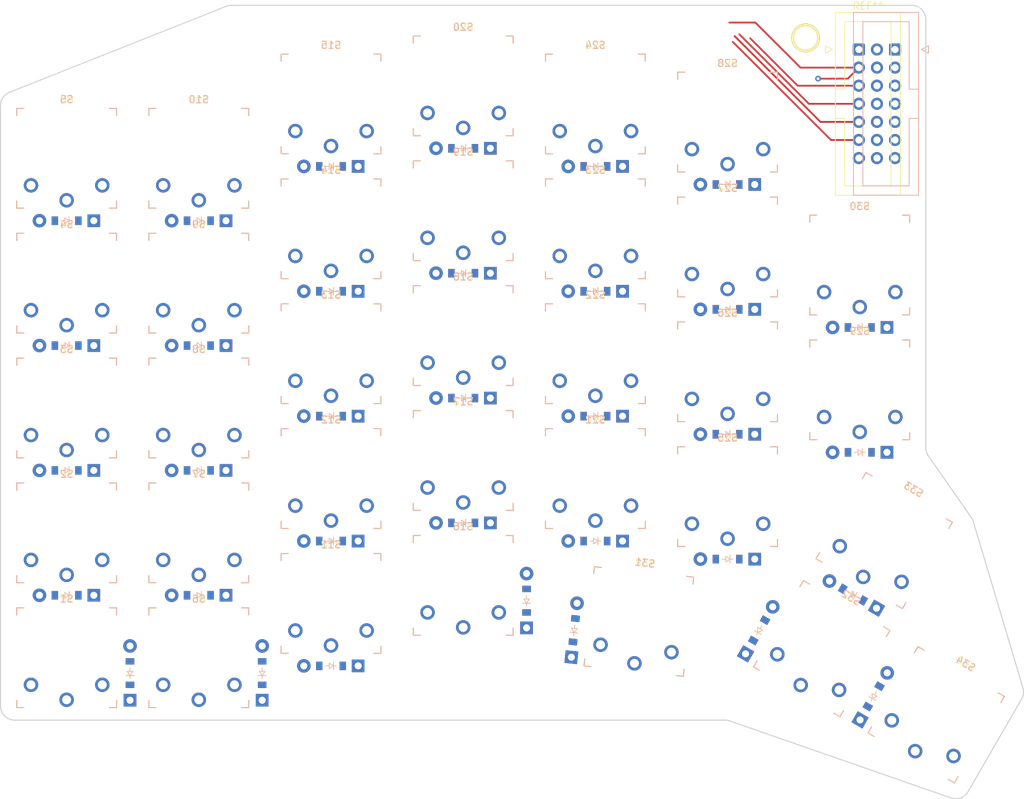
<source format=kicad_pcb>
(kicad_pcb (version 20221018) (generator pcbnew)
  (title_block (title "left") (rev "v1.0.0") (company "Unknown"))
  (layers (0 "F.Cu" signal) (31 "B.Cu" signal) (34 "B.Paste" user) (35 "F.Paste" user) (36 "B.SilkS" user "B.Silkscreen") (37 "F.SilkS" user "F.Silkscreen") (38 "B.Mask" user) (39 "F.Mask" user) (44 "Edge.Cuts" user))
  (net 0 "")
  (net 1 "Net-(D1-A)")
  (net 2 "Net-(D2-A)")
  (net 3 "Net-(D3-A)")
  (net 4 "Net-(D4-A)")
  (net 5 "Net-(D5-A)")
  (net 6 "Net-(D6-A)")
  (net 7 "Net-(D7-A)")
  (net 8 "Net-(D8-A)")
  (net 9 "Net-(D9-A)")
  (net 10 "Net-(D10-A)")
  (net 11 "Net-(D11-A)")
  (net 12 "Net-(D12-A)")
  (net 13 "Net-(D13-A)")
  (net 14 "Net-(D14-A)")
  (net 15 "Net-(D15-A)")
  (net 16 "Net-(D16-A)")
  (net 17 "Net-(D17-A)")
  (net 18 "Net-(D18-A)")
  (net 19 "Net-(D19-A)")
  (net 20 "Net-(D20-A)")
  (net 21 "Net-(D21-A)")
  (net 22 "Net-(D22-A)")
  (net 23 "Net-(D23-A)")
  (net 24 "Net-(D24-A)")
  (net 25 "Net-(D25-A)")
  (net 26 "Net-(D26-A)")
  (net 27 "Net-(D27-A)")
  (net 28 "Net-(D28-A)")
  (net 29 "Net-(D29-A)")
  (net 30 "Net-(D30-A)")
  (net 31 "Net-(D31-A)")
  (net 32 "Net-(D32-A)")
  (net 33 "Net-(D33-A)")
  (net 34 "Net-(D34-A)")
  (net 35 "/ROW4")
  (net 36 "/ROW3")
  (net 37 "/ROW2")
  (net 38 "/ROW1")
  (net 39 "/ROW0")
  (net 40 "/COL0")
  (net 41 "/COL1")
  (net 42 "/COL2")
  (net 43 "/COL3")
  (net 44 "/COL4")
  (net 45 "/COL5")
  (net 46 "/COL6")
  (footprint "ComboDiode" (layer "F.Cu") (at 212.852 106.045 180)
    (fp_text reference "D30" hide)
    (fp_text value "~" hide)
  )
  (footprint "revolt_footprints:SW_PG1350_reversible_with_keycap_outline" (layer "F.Cu") (at 138.684 127.254)
    (fp_text reference "S12")
    (fp_text value "~")
  )
  (footprint "revolt_footprints:SW_PG1350_reversible_with_keycap_outline" (layer "F.Cu") (at 120.142 82.296)
    (fp_text reference "S10")
    (fp_text value "~")
  )
  (footprint "ComboDiode" (layer "F.Cu") (at 120.142 108.585 180)
    (fp_text reference "D9" hide)
    (fp_text value "~" hide)
  )
  (footprint "ComboDiode" (layer "F.Cu") (at 101.6 108.585 180)
    (fp_text reference "D4" hide)
    (fp_text value "~" hide)
  )
  (footprint "ComboDiode" (layer "F.Cu") (at 120.142 143.637 180)
    (fp_text reference "D7" hide)
    (fp_text value "~" hide)
  )
  (footprint "ComboDiode" (layer "F.Cu") (at 101.6 143.637 180)
    (fp_text reference "D2" hide)
    (fp_text value "~" hide)
  )
  (footprint "revolt_footprints:SW_PG1350_reversible_with_keycap_outline" (layer "F.Cu") (at 101.6 99.822)
    (fp_text reference "S4")
    (fp_text value "~")
  )
  (footprint "ComboDiode" (layer "F.Cu") (at 172.797023 148.537915 84)
    (fp_text reference "D31" hide)
    (fp_text value "~" hide)
  )
  (footprint "revolt_footprints:SW_PG1350_reversible_with_keycap_outline" (layer "F.Cu") (at 157.226 89.662)
    (fp_text reference "S19")
    (fp_text value "~")
  )
  (footprint "ComboDiode" (layer "F.Cu") (at 138.684 118.491 180)
    (fp_text reference "D13" hide)
    (fp_text value "~" hide)
  )
  (footprint "revolt_footprints:SW_PG1350_reversible_with_keycap_outline" (layer "F.Cu") (at 157.226 142.24)
    (fp_text reference "S16")
    (fp_text value "~")
  )
  (footprint "revolt_footprints:SW_PG1350_reversible_with_keycap_outline" (layer "F.Cu") (at 101.6 152.4)
    (fp_text reference "S1")
    (fp_text value "~")
  )
  (footprint "revolt_footprints:SW_PG1350_reversible_with_keycap_outline" (layer "F.Cu") (at 138.684 109.728)
    (fp_text reference "S13")
    (fp_text value "~")
  )
  (footprint "ComboDiode" (layer "F.Cu") (at 166.116 144.399 90)
    (fp_text reference "D16" hide)
    (fp_text value "~" hide)
  )
  (footprint "revolt_footprints:SW_PG1350_reversible_with_keycap_outline" (layer "F.Cu") (at 181.864 147.32 -6)
    (fp_text reference "S31")
    (fp_text value "~")
  )
  (footprint "ComboDiode" (layer "F.Cu") (at 175.768 136.017 180)
    (fp_text reference "D21" hide)
    (fp_text value "~" hide)
  )
  (footprint "revolt_footprints:SW_PG1350_reversible_with_keycap_outline" (layer "F.Cu") (at 138.684 144.78)
    (fp_text reference "S11")
    (fp_text value "~")
  )
  (footprint "revolt_footprints:SW_PG1350_reversible_with_keycap_outline" (layer "F.Cu") (at 101.6 134.874)
    (fp_text reference "S2")
    (fp_text value "~")
  )
  (footprint "revolt_footprints:SW_PG1350_reversible_with_keycap_outline" (layer "F.Cu") (at 101.6 82.296)
    (fp_text reference "S5")
    (fp_text value "~")
  )
  (footprint "revolt_footprints:SW_PG1350_reversible_with_keycap_outline" (layer "F.Cu") (at 120.142 134.874)
    (fp_text reference "S7")
    (fp_text value "~")
  )
  (footprint "revolt_footprints:SW_PG1350_reversible_with_keycap_outline" (layer "F.Cu") (at 212.852 114.808)
    (fp_text reference "S29")
    (fp_text value "~")
  )
  (footprint "ComboDiode" (layer "F.Cu") (at 157.226 98.425 180)
    (fp_text reference "D19" hide)
    (fp_text value "~" hide)
  )
  (footprint "ComboDiode" (layer "F.Cu") (at 129.032 154.559 90)
    (fp_text reference "D6" hide)
    (fp_text value "~" hide)
  )
  (footprint "revolt_footprints:SW_PG1350_reversible_with_keycap_outline" (layer "F.Cu") (at 194.31 112.268)
    (fp_text reference "S26")
    (fp_text value "~")
  )
  (footprint "revolt_footprints:SW_PG1350_reversible_with_keycap_outline" (layer "F.Cu") (at 120.142 152.4)
    (fp_text reference "S6")
    (fp_text value "~")
  )
  (footprint "revolt_footprints:SW_PG1350_reversible_with_keycap_outline" (layer "F.Cu") (at 175.768 127.254)
    (fp_text reference "S21")
    (fp_text value "~")
  )
  (footprint "ComboDiode" (layer "F.Cu") (at 138.684 153.543 180)
    (fp_text reference "D11" hide)
    (fp_text value "~" hide)
  )
  (footprint "ComboDiode" (layer "F.Cu") (at 194.31 85.979 180)
    (fp_text reference "D28" hide)
    (fp_text value "~" hide)
  )
  (footprint "revolt_footprints:SW_PG1350_reversible_with_keycap_outline" (layer "F.Cu") (at 101.6 117.348)
    (fp_text reference "S3")
    (fp_text value "~")
  )
  (footprint "ComboDiode" (layer "F.Cu") (at 120.142 126.111 180)
    (fp_text reference "D8" hide)
    (fp_text value "~" hide)
  )
  (footprint "ComboDiode" (layer "F.Cu") (at 194.31 138.557 180)
    (fp_text reference "D25" hide)
    (fp_text value "~" hide)
  )
  (footprint "ComboDiode" (layer "F.Cu") (at 120.142 91.059 180)
    (fp_text reference "D10" hide)
    (fp_text value "~" hide)
  )
  (footprint "ComboDiode" (layer "F.Cu") (at 175.768 83.439 180)
    (fp_text reference "D24" hide)
    (fp_text value "~" hide)
  )
  (footprint "ComboDiode" (layer "F.Cu") (at 138.684 83.439 180)
    (fp_text reference "D15" hide)
    (fp_text value "~" hide)
  )
  (footprint "ComboDiode" (layer "F.Cu") (at 198.739534 148.554749 60)
    (fp_text reference "D32" hide)
    (fp_text value "~" hide)
  )
  (footprint "revolt_footprints:SW_PG1350_reversible_with_keycap_outline" (layer "F.Cu") (at 207.518 151.13 -30)
    (fp_text reference "S32")
    (fp_text value "~")
  )
  (footprint "ComboDiode" (layer "F.Cu") (at 194.31 121.031 180)
    (fp_text reference "D26" hide)
    (fp_text value "~" hide)
  )
  (footprint "revolt_footprints:SW_PG1350_reversible_with_keycap_outline" (layer "F.Cu") (at 157.226 107.188)
    (fp_text reference "S18")
    (fp_text value "~")
  )
  (footprint "revolt_footprints:SW_PG1350_reversible_with_keycap_outline" (layer "F.Cu") (at 157.226 72.136)
    (fp_text reference "S20")
    (fp_text value "~")
  )
  (footprint "revolt_footprints:SW_PG1350_reversible_with_keycap_outline" (layer "F.Cu") (at 175.768 92.202)
    (fp_text reference "S23")
    (fp_text value "~")
  )
  (footprint "revolt_footprints:SW_PG1350_reversible_with_keycap_outline" (layer "F.Cu") (at 120.142 99.822)
    (fp_text reference "S9")
    (fp_text value "~")
  )
  (footprint "revolt_footprints:SW_PG1350_reversible_with_keycap_outline" (layer "F.Cu") (at 175.768 109.728)
    (fp_text reference "S22")
    (fp_text value "~")
  )
  (footprint "ComboDiode" (layer "F.Cu") (at 214.797377 157.825749 60)
    (fp_text reference "D34" hide)
    (fp_text value "~" hide)
  )
  (footprint "revolt_footprints:SW_PG1350_reversible_with_keycap_outline" (layer "F.Cu") (at 138.684 92.202)
    (fp_text reference "S14")
    (fp_text value "~")
  )
  (footprint "ComboDiode" (layer "F.Cu") (at 110.49 154.559 90)
    (fp_text reference "D1" hide)
    (fp_text value "~" hide)
  )
  (footprint "revolt_footprints:IDC-Header_2x07_P2.54mm_Vertical_Reversible" (layer "F.Cu") (at 212.725 67.0306)
    (fp_text reference "REF**")
    (fp_text value "IDC-Header_2x07_P2.54mm_Vertical_Reversible")
  )
  (footprint "revolt_footprints:SW_PG1350_reversible_with_keycap_outline" (layer "F.Cu") (at 223.575843 160.401 -30)
    (fp_text reference "S34")
    (fp_text value "~")
  )
  (footprint "revolt_footprints:SW_PG1350_reversible_with_keycap_outline" (layer "F.Cu") (at 157.226 124.714)
    (fp_text reference "S17")
    (fp_text value "~")
  )
  (footprint "ComboDiode" (layer "F.Cu") (at 175.768 100.965 180)
    (fp_text reference "D23" hide)
    (fp_text value "~" hide)
  )
  (footprint "revolt_footprints:SW_PG1350_reversible_with_keycap_outline" (layer "F.Cu") (at 194.31 94.742)
    (fp_text reference "S27")
    (fp_text value "~")
  )
  (footprint "revolt_footprints:SW_PG1350_reversible_with_keycap_outline" (layer "F.Cu") (at 212.852 97.282)
    (fp_text reference "S30")
    (fp_text value "~")
  )
  (footprint "ComboDiode" (layer "F.Cu") (at 157.226 115.951 180)
    (fp_text reference "D18" hide)
    (fp_text value "~" hide)
  )
  (footprint "revolt_footprints:SW_PG1350_reversible_with_keycap_outline" (layer "F.Cu") (at 216.281 135.952039 -30)
    (fp_text reference "S33")
    (fp_text value "~")
  )
  (footprint "revolt_footprints:SW_PG1350_reversible_with_keycap_outline" (layer "F.Cu") (at 194.31 77.216)
    (fp_text reference "S28")
    (fp_text value "~")
  )
  (footprint "ComboDiode" (layer "F.Cu") (at 212.852 123.571 180)
    (fp_text reference "D29" hide)
    (fp_text value "~" hide)
  )
  (footprint "ComboDiode" (layer "F.Cu") (at 157.226 133.477 180)
    (fp_text reference "D17" hide)
    (fp_text value "~" hide)
  )
  (footprint "ComboDiode" (layer "F.Cu") (at 101.6 126.111 180)
    (fp_text reference "D3" hide)
    (fp_text value "~" hide)
  )
  (footprint "ComboDiode" (layer "F.Cu") (at 157.226 80.899 180)
    (fp_text reference "D20" hide)
    (fp_text value "~" hide)
  )
  (footprint "revolt_footprints:SW_PG1350_reversible_with_keycap_outline" (layer "F.Cu") (at 194.31 129.794)
    (fp_text reference "S25")
    (fp_text value "~")
  )
  (footprint "revolt_footprints:SW_PG1350_reversible_with_keycap_outline" (layer "F.Cu") (at 175.768 74.676)
    (fp_text reference "S24")
    (fp_text value "~")
  )
  (footprint "ComboDiode" (layer "F.Cu") (at 194.31 103.505 180)
    (fp_text reference "D27" hide)
    (fp_text value "~" hide)
  )
  (footprint "revolt_footprints:SW_PG1350_reversible_with_keycap_outline" (layer "F.Cu") (at 138.684 74.676)
    (fp_text reference "S15")
    (fp_text value "~")
  )
  (footprint "ComboDiode" (layer "F.Cu") (at 138.684 100.965 180)
    (fp_text reference "D14" hide)
    (fp_text value "~" hide)
  )
  (footprint "revolt_footprints:HOLE_M3" (layer "F.Cu") (at 205.2574 65.405)
    (fp_text reference "HOLE_M3" hide)
    (fp_text value "VAL**" hide)
  )
  (footprint "ComboDiode" (layer "F.Cu") (at 138.684 136.017 180)
    (fp_text reference "D12" hide)
    (fp_text value "~" hide)
  )
  (footprint "revolt_footprints:SW_PG1350_reversible_with_keycap_outline" (layer "F.Cu") (at 120.142 117.348)
    (fp_text reference "S8")
    (fp_text value "~")
  )
  (footprint "ComboDiode" (layer "F.Cu") (at 101.6 91.059 180)
    (fp_text reference "D5" hide)
    (fp_text value "~" hide)
  )
  (footprint "ComboDiode" (layer "F.Cu") (at 211.8995 143.541019 150)
    (fp_text reference "D33" hide)
    (fp_text value "~" hide)
  )
  (footprint "ComboDiode" (layer "F.Cu") (at 175.768 118.491 180)
    (fp_text reference "D22" hide)
    (fp_text value "~" hide)
  )
  (gr_line (start 124.715324 60.833) (end 220.123 60.833) (stroke (width 0.15)) (layer "Edge.Cuts"))
  (gr_arc (start 222.482016 124.08629) (mid 222.214864 123.542153) (end 222.123 122.942974) (stroke (width 0.15)) (layer "Edge.Cuts"))
  (gr_arc (start 123.977633 60.974019) (mid 124.3398 60.868571) (end 124.715324 60.833) (stroke (width 0.15)) (layer "Edge.Cuts"))
  (gr_arc (start 92.329 74.891065) (mid 92.674403 73.76754) (end 93.591309 73.032084) (stroke (width 0.15)) (layer "Edge.Cuts"))
  (gr_line (start 222.482016 124.08629) (end 228.507756 132.734946) (stroke (width 0.15)) (layer "Edge.Cuts"))
  (gr_arc (start 94.329 161.163) (mid 92.914786 160.577214) (end 92.329 159.163) (stroke (width 0.15)) (layer "Edge.Cuts"))
  (gr_line (start 235.555456 158.193701) (end 228.050556 171.192569) (stroke (width 0.15)) (layer "Edge.Cuts"))
  (gr_line (start 222.123 62.833) (end 222.123 122.942974) (stroke (width 0.15)) (layer "Edge.Cuts"))
  (gr_arc (start 235.739916 156.621872) (mid 235.809775 157.426808) (end 235.555456 158.193701) (stroke (width 0.15)) (layer "Edge.Cuts"))
  (gr_arc (start 228.050556 171.192568) (mid 227.015628 172.067141) (end 225.660728 172.081306) (stroke (width 0.15)) (layer "Edge.Cuts"))
  (gr_line (start 193.971701 161.163) (end 94.329 161.163) (stroke (width 0.15)) (layer "Edge.Cuts"))
  (gr_arc (start 193.971701 161.163) (mid 194.305262 161.191012) (end 194.629479 161.274263) (stroke (width 0.15)) (layer "Edge.Cuts"))
  (gr_line (start 228.783282 133.306432) (end 235.739916 156.621871) (stroke (width 0.15)) (layer "Edge.Cuts"))
  (gr_arc (start 220.123 60.833) (mid 221.537214 61.418786) (end 222.123 62.833) (stroke (width 0.15)) (layer "Edge.Cuts"))
  (gr_line (start 225.660728 172.081306) (end 194.629479 161.274263) (stroke (width 0.15)) (layer "Edge.Cuts"))
  (gr_arc (start 228.507756 132.734946) (mid 228.668324 133.009694) (end 228.783282 133.306432) (stroke (width 0.15)) (layer "Edge.Cuts"))
  (gr_line (start 93.591309 73.032084) (end 123.977633 60.974019) (stroke (width 0.15)) (layer "Edge.Cuts"))
  (gr_line (start 92.329 159.163) (end 92.329 74.891065) (stroke (width 0.15)) (layer "Edge.Cuts"))
  (segment (start 212.725 74.6506) (end 205.7146 74.6506) (width 0.25) (layer "F.Cu") (net 0))
  (segment (start 212.725 79.7306) (end 208.8134 79.7306) (width 0.25) (layer "F.Cu") (net 0))
  (segment (start 212.725 69.5706) (end 211.1756 71.12) (width 0.25) (layer "F.Cu") (net 0))
  (segment (start 211.1756 71.12) (end 207.01 71.12) (width 0.25) (layer "F.Cu") (net 0))
  (segment (start 212.725 77.1906) (end 207.3402 77.1906) (width 0.25) (layer "F.Cu") (net 0))
  (segment (start 212.725 72.1106) (end 204.1398 72.1106) (width 0.25) (layer "F.Cu") (net 0))
  (segment (start 198.208245 63.246) (end 194.564 63.246) (width 0.25) (layer "F.Cu") (net 0))
  (segment (start 204.1398 72.1106) (end 197.485 65.4558) (width 0.25) (layer "F.Cu") (net 0))
  (segment (start 205.2574 65.405) (end 205.2574 66.4464) (width 0.25) (layer "F.Cu") (net 0))
  (segment (start 208.8134 79.7306) (end 195.0466 65.9638) (width 0.25) (layer "F.Cu") (net 0))
  (segment (start 205.2574 66.4464) (end 205.5114 66.7004) (width 0.25) (layer "F.Cu") (net 0))
  (segment (start 205.7146 74.6506) (end 195.961 64.897) (width 0.25) (layer "F.Cu") (net 0))
  (segment (start 204.532845 69.5706) (end 198.208245 63.246) (width 0.25) (layer "F.Cu") (net 0))
  (segment (start 212.725 69.5706) (end 204.532845 69.5706) (width 0.25) (layer "F.Cu") (net 0))
  (segment (start 207.3402 77.1906) (end 195.3006 65.151) (width 0.25) (layer "F.Cu") (net 0))
  (via (at 207.01 71.12) (size 0.8) (drill 0.4) (layers "F.Cu" "B.Cu") (net 0))
)
</source>
